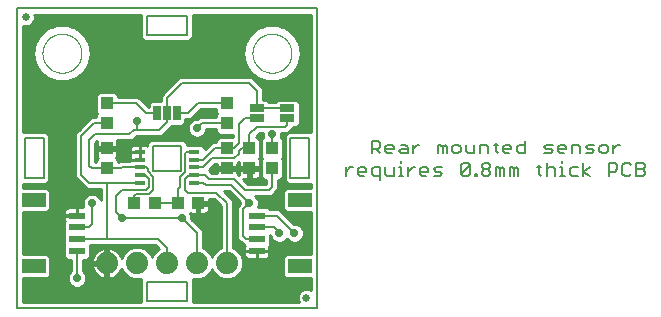
<source format=gtl>
G75*
%MOIN*%
%OFA0B0*%
%FSLAX25Y25*%
%IPPOS*%
%LPD*%
%AMOC8*
5,1,8,0,0,1.08239X$1,22.5*
%
%ADD10C,0.00800*%
%ADD11C,0.00000*%
%ADD12C,0.02500*%
%ADD13R,0.03937X0.04331*%
%ADD14R,0.02500X0.05000*%
%ADD15R,0.07874X0.04724*%
%ADD16R,0.05315X0.02362*%
%ADD17C,0.07400*%
%ADD18R,0.04331X0.03937*%
%ADD19R,0.03543X0.01496*%
%ADD20C,0.00500*%
%ADD21R,0.05000X0.02500*%
%ADD22C,0.00700*%
%ADD23C,0.02900*%
%ADD24C,0.01000*%
D10*
X0163333Y0075000D02*
X0263333Y0075000D01*
X0263333Y0175000D01*
X0163333Y0175000D01*
X0163333Y0075000D01*
X0273090Y0119150D02*
X0273090Y0121952D01*
X0273090Y0120551D02*
X0274491Y0121952D01*
X0275192Y0121952D01*
X0276927Y0121252D02*
X0277627Y0121952D01*
X0279028Y0121952D01*
X0279729Y0121252D01*
X0279729Y0120551D01*
X0276927Y0120551D01*
X0276927Y0119851D02*
X0276927Y0121252D01*
X0276927Y0119851D02*
X0277627Y0119150D01*
X0279028Y0119150D01*
X0281531Y0119851D02*
X0281531Y0121252D01*
X0282231Y0121952D01*
X0284333Y0121952D01*
X0284333Y0117749D01*
X0284333Y0119150D02*
X0282231Y0119150D01*
X0281531Y0119851D01*
X0286134Y0119851D02*
X0286134Y0121952D01*
X0286134Y0119851D02*
X0286835Y0119150D01*
X0288937Y0119150D01*
X0288937Y0121952D01*
X0290738Y0121952D02*
X0291439Y0121952D01*
X0291439Y0119150D01*
X0290738Y0119150D02*
X0292140Y0119150D01*
X0293808Y0119150D02*
X0293808Y0121952D01*
X0293808Y0120551D02*
X0295209Y0121952D01*
X0295909Y0121952D01*
X0297644Y0121252D02*
X0297644Y0119851D01*
X0298345Y0119150D01*
X0299746Y0119150D01*
X0300447Y0120551D02*
X0297644Y0120551D01*
X0297644Y0121252D02*
X0298345Y0121952D01*
X0299746Y0121952D01*
X0300447Y0121252D01*
X0300447Y0120551D01*
X0302248Y0121252D02*
X0302949Y0121952D01*
X0305051Y0121952D01*
X0304350Y0120551D02*
X0302949Y0120551D01*
X0302248Y0121252D01*
X0302248Y0119150D02*
X0304350Y0119150D01*
X0305051Y0119851D01*
X0304350Y0120551D01*
X0311456Y0119851D02*
X0314258Y0122653D01*
X0314258Y0119851D01*
X0313558Y0119150D01*
X0312157Y0119150D01*
X0311456Y0119851D01*
X0311456Y0122653D01*
X0312157Y0123354D01*
X0313558Y0123354D01*
X0314258Y0122653D01*
X0318362Y0122653D02*
X0318362Y0121952D01*
X0319063Y0121252D01*
X0320464Y0121252D01*
X0321164Y0120551D01*
X0321164Y0119851D01*
X0320464Y0119150D01*
X0319063Y0119150D01*
X0318362Y0119851D01*
X0318362Y0120551D01*
X0319063Y0121252D01*
X0320464Y0121252D02*
X0321164Y0121952D01*
X0321164Y0122653D01*
X0320464Y0123354D01*
X0319063Y0123354D01*
X0318362Y0122653D01*
X0322966Y0121952D02*
X0323666Y0121952D01*
X0324367Y0121252D01*
X0325068Y0121952D01*
X0325768Y0121252D01*
X0325768Y0119150D01*
X0324367Y0119150D02*
X0324367Y0121252D01*
X0322966Y0121952D02*
X0322966Y0119150D01*
X0327570Y0119150D02*
X0327570Y0121952D01*
X0328270Y0121952D01*
X0328971Y0121252D01*
X0329672Y0121952D01*
X0330372Y0121252D01*
X0330372Y0119150D01*
X0328971Y0119150D02*
X0328971Y0121252D01*
X0336778Y0121952D02*
X0338179Y0121952D01*
X0337478Y0122653D02*
X0337478Y0119851D01*
X0338179Y0119150D01*
X0339847Y0119150D02*
X0339847Y0123354D01*
X0340548Y0121952D02*
X0341949Y0121952D01*
X0342649Y0121252D01*
X0342649Y0119150D01*
X0344451Y0119150D02*
X0345852Y0119150D01*
X0345151Y0119150D02*
X0345151Y0121952D01*
X0344451Y0121952D01*
X0345151Y0123354D02*
X0345151Y0124054D01*
X0345785Y0126650D02*
X0344384Y0126650D01*
X0343684Y0127351D01*
X0343684Y0128752D01*
X0344384Y0129452D01*
X0345785Y0129452D01*
X0346486Y0128752D01*
X0346486Y0128051D01*
X0343684Y0128051D01*
X0341882Y0127351D02*
X0341181Y0128051D01*
X0339780Y0128051D01*
X0339080Y0128752D01*
X0339780Y0129452D01*
X0341882Y0129452D01*
X0341882Y0127351D02*
X0341181Y0126650D01*
X0339080Y0126650D01*
X0332674Y0126650D02*
X0330572Y0126650D01*
X0329872Y0127351D01*
X0329872Y0128752D01*
X0330572Y0129452D01*
X0332674Y0129452D01*
X0332674Y0130854D02*
X0332674Y0126650D01*
X0328070Y0128051D02*
X0325268Y0128051D01*
X0325268Y0127351D02*
X0325268Y0128752D01*
X0325968Y0129452D01*
X0327370Y0129452D01*
X0328070Y0128752D01*
X0328070Y0128051D01*
X0327370Y0126650D02*
X0325968Y0126650D01*
X0325268Y0127351D01*
X0323600Y0126650D02*
X0322899Y0127351D01*
X0322899Y0130153D01*
X0322199Y0129452D02*
X0323600Y0129452D01*
X0320397Y0128752D02*
X0320397Y0126650D01*
X0320397Y0128752D02*
X0319696Y0129452D01*
X0317595Y0129452D01*
X0317595Y0126650D01*
X0315793Y0126650D02*
X0315793Y0129452D01*
X0312991Y0129452D02*
X0312991Y0127351D01*
X0313691Y0126650D01*
X0315793Y0126650D01*
X0311189Y0127351D02*
X0311189Y0128752D01*
X0310489Y0129452D01*
X0309087Y0129452D01*
X0308387Y0128752D01*
X0308387Y0127351D01*
X0309087Y0126650D01*
X0310489Y0126650D01*
X0311189Y0127351D01*
X0306585Y0126650D02*
X0306585Y0128752D01*
X0305885Y0129452D01*
X0305184Y0128752D01*
X0305184Y0126650D01*
X0303783Y0126650D02*
X0303783Y0129452D01*
X0304483Y0129452D01*
X0305184Y0128752D01*
X0297444Y0129452D02*
X0296744Y0129452D01*
X0295342Y0128051D01*
X0295342Y0126650D02*
X0295342Y0129452D01*
X0293541Y0128752D02*
X0292840Y0129452D01*
X0291439Y0129452D01*
X0291439Y0128051D02*
X0293541Y0128051D01*
X0293541Y0128752D02*
X0293541Y0126650D01*
X0291439Y0126650D01*
X0290738Y0127351D01*
X0291439Y0128051D01*
X0288937Y0128051D02*
X0286135Y0128051D01*
X0286135Y0127351D02*
X0286135Y0128752D01*
X0286835Y0129452D01*
X0288236Y0129452D01*
X0288937Y0128752D01*
X0288937Y0128051D01*
X0288236Y0126650D02*
X0286835Y0126650D01*
X0286135Y0127351D01*
X0284333Y0126650D02*
X0282932Y0128051D01*
X0283632Y0128051D02*
X0281531Y0128051D01*
X0281531Y0126650D02*
X0281531Y0130854D01*
X0283632Y0130854D01*
X0284333Y0130153D01*
X0284333Y0128752D01*
X0283632Y0128051D01*
X0291439Y0124054D02*
X0291439Y0123354D01*
X0316060Y0119851D02*
X0316761Y0119851D01*
X0316761Y0119150D01*
X0316060Y0119150D01*
X0316060Y0119851D01*
X0339847Y0121252D02*
X0340548Y0121952D01*
X0347520Y0121252D02*
X0347520Y0119851D01*
X0348221Y0119150D01*
X0350323Y0119150D01*
X0352124Y0119150D02*
X0352124Y0123354D01*
X0350323Y0121952D02*
X0348221Y0121952D01*
X0347520Y0121252D01*
X0352124Y0120551D02*
X0354226Y0121952D01*
X0352124Y0120551D02*
X0354226Y0119150D01*
X0360565Y0119150D02*
X0360565Y0123354D01*
X0362666Y0123354D01*
X0363367Y0122653D01*
X0363367Y0121252D01*
X0362666Y0120551D01*
X0360565Y0120551D01*
X0365169Y0119851D02*
X0365869Y0119150D01*
X0367270Y0119150D01*
X0367971Y0119851D01*
X0369772Y0119150D02*
X0371874Y0119150D01*
X0372575Y0119851D01*
X0372575Y0120551D01*
X0371874Y0121252D01*
X0369772Y0121252D01*
X0369772Y0119150D02*
X0369772Y0123354D01*
X0371874Y0123354D01*
X0372575Y0122653D01*
X0372575Y0121952D01*
X0371874Y0121252D01*
X0367971Y0122653D02*
X0367270Y0123354D01*
X0365869Y0123354D01*
X0365169Y0122653D01*
X0365169Y0119851D01*
X0362099Y0126650D02*
X0362099Y0129452D01*
X0362099Y0128051D02*
X0363500Y0129452D01*
X0364201Y0129452D01*
X0360298Y0128752D02*
X0359597Y0129452D01*
X0358196Y0129452D01*
X0357495Y0128752D01*
X0357495Y0127351D01*
X0358196Y0126650D01*
X0359597Y0126650D01*
X0360298Y0127351D01*
X0360298Y0128752D01*
X0355694Y0129452D02*
X0353592Y0129452D01*
X0352891Y0128752D01*
X0353592Y0128051D01*
X0354993Y0128051D01*
X0355694Y0127351D01*
X0354993Y0126650D01*
X0352891Y0126650D01*
X0351090Y0126650D02*
X0351090Y0128752D01*
X0350389Y0129452D01*
X0348287Y0129452D01*
X0348287Y0126650D01*
D11*
X0241833Y0160000D02*
X0241835Y0160161D01*
X0241841Y0160321D01*
X0241851Y0160482D01*
X0241865Y0160642D01*
X0241883Y0160802D01*
X0241904Y0160961D01*
X0241930Y0161120D01*
X0241960Y0161278D01*
X0241993Y0161435D01*
X0242031Y0161592D01*
X0242072Y0161747D01*
X0242117Y0161901D01*
X0242166Y0162054D01*
X0242219Y0162206D01*
X0242275Y0162357D01*
X0242336Y0162506D01*
X0242399Y0162654D01*
X0242467Y0162800D01*
X0242538Y0162944D01*
X0242612Y0163086D01*
X0242690Y0163227D01*
X0242772Y0163365D01*
X0242857Y0163502D01*
X0242945Y0163636D01*
X0243037Y0163768D01*
X0243132Y0163898D01*
X0243230Y0164026D01*
X0243331Y0164151D01*
X0243435Y0164273D01*
X0243542Y0164393D01*
X0243652Y0164510D01*
X0243765Y0164625D01*
X0243881Y0164736D01*
X0244000Y0164845D01*
X0244121Y0164950D01*
X0244245Y0165053D01*
X0244371Y0165153D01*
X0244499Y0165249D01*
X0244630Y0165342D01*
X0244764Y0165432D01*
X0244899Y0165519D01*
X0245037Y0165602D01*
X0245176Y0165682D01*
X0245318Y0165758D01*
X0245461Y0165831D01*
X0245606Y0165900D01*
X0245753Y0165966D01*
X0245901Y0166028D01*
X0246051Y0166086D01*
X0246202Y0166141D01*
X0246355Y0166192D01*
X0246509Y0166239D01*
X0246664Y0166282D01*
X0246820Y0166321D01*
X0246976Y0166357D01*
X0247134Y0166388D01*
X0247292Y0166416D01*
X0247451Y0166440D01*
X0247611Y0166460D01*
X0247771Y0166476D01*
X0247931Y0166488D01*
X0248092Y0166496D01*
X0248253Y0166500D01*
X0248413Y0166500D01*
X0248574Y0166496D01*
X0248735Y0166488D01*
X0248895Y0166476D01*
X0249055Y0166460D01*
X0249215Y0166440D01*
X0249374Y0166416D01*
X0249532Y0166388D01*
X0249690Y0166357D01*
X0249846Y0166321D01*
X0250002Y0166282D01*
X0250157Y0166239D01*
X0250311Y0166192D01*
X0250464Y0166141D01*
X0250615Y0166086D01*
X0250765Y0166028D01*
X0250913Y0165966D01*
X0251060Y0165900D01*
X0251205Y0165831D01*
X0251348Y0165758D01*
X0251490Y0165682D01*
X0251629Y0165602D01*
X0251767Y0165519D01*
X0251902Y0165432D01*
X0252036Y0165342D01*
X0252167Y0165249D01*
X0252295Y0165153D01*
X0252421Y0165053D01*
X0252545Y0164950D01*
X0252666Y0164845D01*
X0252785Y0164736D01*
X0252901Y0164625D01*
X0253014Y0164510D01*
X0253124Y0164393D01*
X0253231Y0164273D01*
X0253335Y0164151D01*
X0253436Y0164026D01*
X0253534Y0163898D01*
X0253629Y0163768D01*
X0253721Y0163636D01*
X0253809Y0163502D01*
X0253894Y0163365D01*
X0253976Y0163227D01*
X0254054Y0163086D01*
X0254128Y0162944D01*
X0254199Y0162800D01*
X0254267Y0162654D01*
X0254330Y0162506D01*
X0254391Y0162357D01*
X0254447Y0162206D01*
X0254500Y0162054D01*
X0254549Y0161901D01*
X0254594Y0161747D01*
X0254635Y0161592D01*
X0254673Y0161435D01*
X0254706Y0161278D01*
X0254736Y0161120D01*
X0254762Y0160961D01*
X0254783Y0160802D01*
X0254801Y0160642D01*
X0254815Y0160482D01*
X0254825Y0160321D01*
X0254831Y0160161D01*
X0254833Y0160000D01*
X0254831Y0159839D01*
X0254825Y0159679D01*
X0254815Y0159518D01*
X0254801Y0159358D01*
X0254783Y0159198D01*
X0254762Y0159039D01*
X0254736Y0158880D01*
X0254706Y0158722D01*
X0254673Y0158565D01*
X0254635Y0158408D01*
X0254594Y0158253D01*
X0254549Y0158099D01*
X0254500Y0157946D01*
X0254447Y0157794D01*
X0254391Y0157643D01*
X0254330Y0157494D01*
X0254267Y0157346D01*
X0254199Y0157200D01*
X0254128Y0157056D01*
X0254054Y0156914D01*
X0253976Y0156773D01*
X0253894Y0156635D01*
X0253809Y0156498D01*
X0253721Y0156364D01*
X0253629Y0156232D01*
X0253534Y0156102D01*
X0253436Y0155974D01*
X0253335Y0155849D01*
X0253231Y0155727D01*
X0253124Y0155607D01*
X0253014Y0155490D01*
X0252901Y0155375D01*
X0252785Y0155264D01*
X0252666Y0155155D01*
X0252545Y0155050D01*
X0252421Y0154947D01*
X0252295Y0154847D01*
X0252167Y0154751D01*
X0252036Y0154658D01*
X0251902Y0154568D01*
X0251767Y0154481D01*
X0251629Y0154398D01*
X0251490Y0154318D01*
X0251348Y0154242D01*
X0251205Y0154169D01*
X0251060Y0154100D01*
X0250913Y0154034D01*
X0250765Y0153972D01*
X0250615Y0153914D01*
X0250464Y0153859D01*
X0250311Y0153808D01*
X0250157Y0153761D01*
X0250002Y0153718D01*
X0249846Y0153679D01*
X0249690Y0153643D01*
X0249532Y0153612D01*
X0249374Y0153584D01*
X0249215Y0153560D01*
X0249055Y0153540D01*
X0248895Y0153524D01*
X0248735Y0153512D01*
X0248574Y0153504D01*
X0248413Y0153500D01*
X0248253Y0153500D01*
X0248092Y0153504D01*
X0247931Y0153512D01*
X0247771Y0153524D01*
X0247611Y0153540D01*
X0247451Y0153560D01*
X0247292Y0153584D01*
X0247134Y0153612D01*
X0246976Y0153643D01*
X0246820Y0153679D01*
X0246664Y0153718D01*
X0246509Y0153761D01*
X0246355Y0153808D01*
X0246202Y0153859D01*
X0246051Y0153914D01*
X0245901Y0153972D01*
X0245753Y0154034D01*
X0245606Y0154100D01*
X0245461Y0154169D01*
X0245318Y0154242D01*
X0245176Y0154318D01*
X0245037Y0154398D01*
X0244899Y0154481D01*
X0244764Y0154568D01*
X0244630Y0154658D01*
X0244499Y0154751D01*
X0244371Y0154847D01*
X0244245Y0154947D01*
X0244121Y0155050D01*
X0244000Y0155155D01*
X0243881Y0155264D01*
X0243765Y0155375D01*
X0243652Y0155490D01*
X0243542Y0155607D01*
X0243435Y0155727D01*
X0243331Y0155849D01*
X0243230Y0155974D01*
X0243132Y0156102D01*
X0243037Y0156232D01*
X0242945Y0156364D01*
X0242857Y0156498D01*
X0242772Y0156635D01*
X0242690Y0156773D01*
X0242612Y0156914D01*
X0242538Y0157056D01*
X0242467Y0157200D01*
X0242399Y0157346D01*
X0242336Y0157494D01*
X0242275Y0157643D01*
X0242219Y0157794D01*
X0242166Y0157946D01*
X0242117Y0158099D01*
X0242072Y0158253D01*
X0242031Y0158408D01*
X0241993Y0158565D01*
X0241960Y0158722D01*
X0241930Y0158880D01*
X0241904Y0159039D01*
X0241883Y0159198D01*
X0241865Y0159358D01*
X0241851Y0159518D01*
X0241841Y0159679D01*
X0241835Y0159839D01*
X0241833Y0160000D01*
X0171833Y0160000D02*
X0171835Y0160161D01*
X0171841Y0160321D01*
X0171851Y0160482D01*
X0171865Y0160642D01*
X0171883Y0160802D01*
X0171904Y0160961D01*
X0171930Y0161120D01*
X0171960Y0161278D01*
X0171993Y0161435D01*
X0172031Y0161592D01*
X0172072Y0161747D01*
X0172117Y0161901D01*
X0172166Y0162054D01*
X0172219Y0162206D01*
X0172275Y0162357D01*
X0172336Y0162506D01*
X0172399Y0162654D01*
X0172467Y0162800D01*
X0172538Y0162944D01*
X0172612Y0163086D01*
X0172690Y0163227D01*
X0172772Y0163365D01*
X0172857Y0163502D01*
X0172945Y0163636D01*
X0173037Y0163768D01*
X0173132Y0163898D01*
X0173230Y0164026D01*
X0173331Y0164151D01*
X0173435Y0164273D01*
X0173542Y0164393D01*
X0173652Y0164510D01*
X0173765Y0164625D01*
X0173881Y0164736D01*
X0174000Y0164845D01*
X0174121Y0164950D01*
X0174245Y0165053D01*
X0174371Y0165153D01*
X0174499Y0165249D01*
X0174630Y0165342D01*
X0174764Y0165432D01*
X0174899Y0165519D01*
X0175037Y0165602D01*
X0175176Y0165682D01*
X0175318Y0165758D01*
X0175461Y0165831D01*
X0175606Y0165900D01*
X0175753Y0165966D01*
X0175901Y0166028D01*
X0176051Y0166086D01*
X0176202Y0166141D01*
X0176355Y0166192D01*
X0176509Y0166239D01*
X0176664Y0166282D01*
X0176820Y0166321D01*
X0176976Y0166357D01*
X0177134Y0166388D01*
X0177292Y0166416D01*
X0177451Y0166440D01*
X0177611Y0166460D01*
X0177771Y0166476D01*
X0177931Y0166488D01*
X0178092Y0166496D01*
X0178253Y0166500D01*
X0178413Y0166500D01*
X0178574Y0166496D01*
X0178735Y0166488D01*
X0178895Y0166476D01*
X0179055Y0166460D01*
X0179215Y0166440D01*
X0179374Y0166416D01*
X0179532Y0166388D01*
X0179690Y0166357D01*
X0179846Y0166321D01*
X0180002Y0166282D01*
X0180157Y0166239D01*
X0180311Y0166192D01*
X0180464Y0166141D01*
X0180615Y0166086D01*
X0180765Y0166028D01*
X0180913Y0165966D01*
X0181060Y0165900D01*
X0181205Y0165831D01*
X0181348Y0165758D01*
X0181490Y0165682D01*
X0181629Y0165602D01*
X0181767Y0165519D01*
X0181902Y0165432D01*
X0182036Y0165342D01*
X0182167Y0165249D01*
X0182295Y0165153D01*
X0182421Y0165053D01*
X0182545Y0164950D01*
X0182666Y0164845D01*
X0182785Y0164736D01*
X0182901Y0164625D01*
X0183014Y0164510D01*
X0183124Y0164393D01*
X0183231Y0164273D01*
X0183335Y0164151D01*
X0183436Y0164026D01*
X0183534Y0163898D01*
X0183629Y0163768D01*
X0183721Y0163636D01*
X0183809Y0163502D01*
X0183894Y0163365D01*
X0183976Y0163227D01*
X0184054Y0163086D01*
X0184128Y0162944D01*
X0184199Y0162800D01*
X0184267Y0162654D01*
X0184330Y0162506D01*
X0184391Y0162357D01*
X0184447Y0162206D01*
X0184500Y0162054D01*
X0184549Y0161901D01*
X0184594Y0161747D01*
X0184635Y0161592D01*
X0184673Y0161435D01*
X0184706Y0161278D01*
X0184736Y0161120D01*
X0184762Y0160961D01*
X0184783Y0160802D01*
X0184801Y0160642D01*
X0184815Y0160482D01*
X0184825Y0160321D01*
X0184831Y0160161D01*
X0184833Y0160000D01*
X0184831Y0159839D01*
X0184825Y0159679D01*
X0184815Y0159518D01*
X0184801Y0159358D01*
X0184783Y0159198D01*
X0184762Y0159039D01*
X0184736Y0158880D01*
X0184706Y0158722D01*
X0184673Y0158565D01*
X0184635Y0158408D01*
X0184594Y0158253D01*
X0184549Y0158099D01*
X0184500Y0157946D01*
X0184447Y0157794D01*
X0184391Y0157643D01*
X0184330Y0157494D01*
X0184267Y0157346D01*
X0184199Y0157200D01*
X0184128Y0157056D01*
X0184054Y0156914D01*
X0183976Y0156773D01*
X0183894Y0156635D01*
X0183809Y0156498D01*
X0183721Y0156364D01*
X0183629Y0156232D01*
X0183534Y0156102D01*
X0183436Y0155974D01*
X0183335Y0155849D01*
X0183231Y0155727D01*
X0183124Y0155607D01*
X0183014Y0155490D01*
X0182901Y0155375D01*
X0182785Y0155264D01*
X0182666Y0155155D01*
X0182545Y0155050D01*
X0182421Y0154947D01*
X0182295Y0154847D01*
X0182167Y0154751D01*
X0182036Y0154658D01*
X0181902Y0154568D01*
X0181767Y0154481D01*
X0181629Y0154398D01*
X0181490Y0154318D01*
X0181348Y0154242D01*
X0181205Y0154169D01*
X0181060Y0154100D01*
X0180913Y0154034D01*
X0180765Y0153972D01*
X0180615Y0153914D01*
X0180464Y0153859D01*
X0180311Y0153808D01*
X0180157Y0153761D01*
X0180002Y0153718D01*
X0179846Y0153679D01*
X0179690Y0153643D01*
X0179532Y0153612D01*
X0179374Y0153584D01*
X0179215Y0153560D01*
X0179055Y0153540D01*
X0178895Y0153524D01*
X0178735Y0153512D01*
X0178574Y0153504D01*
X0178413Y0153500D01*
X0178253Y0153500D01*
X0178092Y0153504D01*
X0177931Y0153512D01*
X0177771Y0153524D01*
X0177611Y0153540D01*
X0177451Y0153560D01*
X0177292Y0153584D01*
X0177134Y0153612D01*
X0176976Y0153643D01*
X0176820Y0153679D01*
X0176664Y0153718D01*
X0176509Y0153761D01*
X0176355Y0153808D01*
X0176202Y0153859D01*
X0176051Y0153914D01*
X0175901Y0153972D01*
X0175753Y0154034D01*
X0175606Y0154100D01*
X0175461Y0154169D01*
X0175318Y0154242D01*
X0175176Y0154318D01*
X0175037Y0154398D01*
X0174899Y0154481D01*
X0174764Y0154568D01*
X0174630Y0154658D01*
X0174499Y0154751D01*
X0174371Y0154847D01*
X0174245Y0154947D01*
X0174121Y0155050D01*
X0174000Y0155155D01*
X0173881Y0155264D01*
X0173765Y0155375D01*
X0173652Y0155490D01*
X0173542Y0155607D01*
X0173435Y0155727D01*
X0173331Y0155849D01*
X0173230Y0155974D01*
X0173132Y0156102D01*
X0173037Y0156232D01*
X0172945Y0156364D01*
X0172857Y0156498D01*
X0172772Y0156635D01*
X0172690Y0156773D01*
X0172612Y0156914D01*
X0172538Y0157056D01*
X0172467Y0157200D01*
X0172399Y0157346D01*
X0172336Y0157494D01*
X0172275Y0157643D01*
X0172219Y0157794D01*
X0172166Y0157946D01*
X0172117Y0158099D01*
X0172072Y0158253D01*
X0172031Y0158408D01*
X0171993Y0158565D01*
X0171960Y0158722D01*
X0171930Y0158880D01*
X0171904Y0159039D01*
X0171883Y0159198D01*
X0171865Y0159358D01*
X0171851Y0159518D01*
X0171841Y0159679D01*
X0171835Y0159839D01*
X0171833Y0160000D01*
D12*
X0166333Y0172000D03*
X0259833Y0078500D03*
D13*
X0248333Y0121654D03*
X0240833Y0121654D03*
X0233333Y0121654D03*
X0233333Y0128346D03*
X0240833Y0128346D03*
X0248333Y0128346D03*
X0233333Y0136654D03*
X0233333Y0143346D03*
X0193333Y0143346D03*
X0193333Y0136654D03*
X0193333Y0128346D03*
X0193333Y0121654D03*
D14*
X0210133Y0140000D03*
X0213333Y0140000D03*
X0216533Y0140000D03*
D15*
X0257802Y0111024D03*
X0257802Y0088976D03*
X0168865Y0088976D03*
X0168865Y0111024D03*
D16*
X0183333Y0105906D03*
X0183333Y0101969D03*
X0183333Y0098031D03*
X0183333Y0094094D03*
X0243333Y0094094D03*
X0243333Y0098031D03*
X0243333Y0101969D03*
X0243333Y0105906D03*
D17*
X0233333Y0090000D03*
X0223333Y0090000D03*
X0213333Y0090000D03*
X0203333Y0090000D03*
X0193333Y0090000D03*
D18*
X0202487Y0110000D03*
X0209180Y0110000D03*
X0216987Y0110000D03*
X0223680Y0110000D03*
D19*
X0222487Y0116882D03*
X0222487Y0119441D03*
X0222487Y0122000D03*
X0222487Y0124559D03*
X0222487Y0127118D03*
X0204180Y0127118D03*
X0204180Y0124559D03*
X0204180Y0122000D03*
X0204180Y0119441D03*
X0204180Y0116882D03*
D20*
X0208609Y0120819D02*
X0208609Y0129087D01*
X0218058Y0129087D01*
X0218058Y0120819D01*
X0208609Y0120819D01*
X0172192Y0118307D02*
X0165892Y0118307D01*
X0165892Y0131693D01*
X0172192Y0131693D01*
X0172192Y0118307D01*
X0206640Y0083858D02*
X0206640Y0077559D01*
X0220026Y0077559D01*
X0220026Y0083858D01*
X0206640Y0083858D01*
X0254475Y0118307D02*
X0260774Y0118307D01*
X0260774Y0131693D01*
X0254475Y0131693D01*
X0254475Y0118307D01*
X0220026Y0166142D02*
X0206640Y0166142D01*
X0206640Y0172441D01*
X0220026Y0172441D01*
X0220026Y0166142D01*
D21*
X0243333Y0141600D03*
X0243333Y0138400D03*
X0253333Y0138400D03*
X0253333Y0141600D03*
D22*
X0243333Y0141600D01*
X0243333Y0147500D01*
X0240833Y0150000D01*
X0218333Y0150000D01*
X0213333Y0145000D01*
X0213333Y0140000D01*
X0213333Y0137000D01*
X0210833Y0134500D01*
X0203333Y0134500D01*
X0203333Y0137500D01*
X0203333Y0134500D02*
X0202333Y0134500D01*
X0200833Y0133000D01*
X0189333Y0133000D01*
X0187333Y0131000D01*
X0187333Y0127000D01*
X0187302Y0126969D01*
X0187333Y0127000D02*
X0187333Y0122500D01*
X0188180Y0121654D01*
X0193333Y0121654D01*
X0197987Y0121654D01*
X0198333Y0122000D01*
X0204180Y0122000D01*
X0206333Y0122000D01*
X0206933Y0121400D01*
X0206933Y0120600D01*
X0208833Y0118700D01*
X0208833Y0114500D01*
X0207433Y0113100D01*
X0202933Y0113100D01*
X0202333Y0112500D01*
X0202333Y0110154D01*
X0202487Y0110000D01*
X0209180Y0110000D02*
X0216987Y0110000D01*
X0216987Y0114654D01*
X0217833Y0115500D01*
X0217833Y0118700D01*
X0219433Y0120300D01*
X0219433Y0126700D01*
X0219851Y0127118D01*
X0222487Y0127118D01*
X0222487Y0124559D02*
X0225392Y0124559D01*
X0229180Y0128346D01*
X0233333Y0128346D01*
X0235680Y0128346D01*
X0237333Y0130000D01*
X0237333Y0136500D01*
X0239233Y0138400D01*
X0243333Y0138400D01*
X0243333Y0135500D02*
X0252833Y0135500D01*
X0253333Y0136000D01*
X0253333Y0138400D01*
X0243333Y0135500D02*
X0240833Y0133000D01*
X0240833Y0128346D01*
X0238180Y0128346D01*
X0237333Y0127500D01*
X0237333Y0126500D01*
X0235833Y0125000D01*
X0228333Y0125000D01*
X0225333Y0122000D01*
X0222487Y0122000D01*
X0222487Y0119441D02*
X0220574Y0119441D01*
X0219333Y0118200D01*
X0219333Y0114500D01*
X0220333Y0113500D01*
X0229833Y0113500D01*
X0233333Y0110000D01*
X0233333Y0090000D01*
X0223333Y0090000D02*
X0223333Y0100000D01*
X0218333Y0105000D01*
X0198333Y0105000D01*
X0196333Y0107000D01*
X0196333Y0112500D01*
X0198333Y0114500D01*
X0206333Y0114500D01*
X0207333Y0115500D01*
X0207333Y0118000D01*
X0205892Y0119441D01*
X0204180Y0119441D01*
X0204180Y0116882D02*
X0193333Y0116882D01*
X0193333Y0098031D01*
X0210302Y0098031D01*
X0213333Y0095000D01*
X0213333Y0090000D01*
X0193333Y0098031D02*
X0183333Y0098031D01*
X0183333Y0094094D02*
X0183333Y0085000D01*
X0183333Y0101969D02*
X0187302Y0101969D01*
X0188333Y0103000D01*
X0188333Y0110000D01*
X0187451Y0116882D02*
X0193333Y0116882D01*
X0187451Y0116882D02*
X0184833Y0119500D01*
X0184833Y0132500D01*
X0188987Y0136654D01*
X0193333Y0136654D01*
X0193333Y0143346D02*
X0202987Y0143346D01*
X0206333Y0140000D01*
X0210133Y0140000D01*
X0216533Y0140000D02*
X0220333Y0140000D01*
X0223680Y0143346D01*
X0233333Y0143346D01*
X0233333Y0136654D02*
X0224987Y0136654D01*
X0223333Y0135000D01*
X0248333Y0133000D02*
X0248333Y0128346D01*
X0248333Y0121654D02*
X0248333Y0115500D01*
X0247333Y0114500D01*
X0239333Y0114500D01*
X0235833Y0118000D01*
X0227333Y0118000D01*
X0225892Y0119441D01*
X0222487Y0119441D01*
X0222487Y0116882D02*
X0225451Y0116882D01*
X0226333Y0116000D01*
X0234833Y0116000D01*
X0240833Y0110000D01*
X0238833Y0108000D01*
X0238833Y0099000D01*
X0239802Y0098031D01*
X0243333Y0098031D01*
X0243333Y0101969D02*
X0248865Y0101969D01*
X0250833Y0100000D01*
X0255833Y0100000D02*
X0249928Y0105906D01*
X0243333Y0105906D01*
D23*
X0245633Y0110000D03*
X0240833Y0110000D03*
X0228133Y0110000D03*
X0218333Y0105000D03*
X0198333Y0105000D03*
X0188333Y0110000D03*
X0198333Y0130000D03*
X0203333Y0137500D03*
X0223333Y0135000D03*
X0248333Y0133000D03*
X0240833Y0117000D03*
X0250833Y0100000D03*
X0255833Y0100000D03*
X0183333Y0085000D03*
D24*
X0180183Y0084985D02*
X0173577Y0084985D01*
X0173506Y0084914D02*
X0174502Y0085910D01*
X0174502Y0092043D01*
X0173506Y0093039D01*
X0165433Y0093039D01*
X0165433Y0106961D01*
X0173506Y0106961D01*
X0174502Y0107957D01*
X0174502Y0114090D01*
X0173506Y0115086D01*
X0165433Y0115086D01*
X0165433Y0116357D01*
X0172999Y0116357D01*
X0174142Y0117499D01*
X0174142Y0132501D01*
X0172999Y0133643D01*
X0165433Y0133643D01*
X0165433Y0169180D01*
X0165747Y0169050D01*
X0166920Y0169050D01*
X0168004Y0169499D01*
X0168834Y0170329D01*
X0169283Y0171413D01*
X0169283Y0172587D01*
X0169154Y0172900D01*
X0204690Y0172900D01*
X0204690Y0165334D01*
X0205833Y0164192D01*
X0220834Y0164192D01*
X0221976Y0165334D01*
X0221976Y0172900D01*
X0261233Y0172900D01*
X0261233Y0133643D01*
X0253875Y0133643D01*
X0254182Y0133950D01*
X0255383Y0135151D01*
X0255383Y0135450D01*
X0256537Y0135450D01*
X0257533Y0136446D01*
X0257533Y0143554D01*
X0256537Y0144550D01*
X0250129Y0144550D01*
X0249229Y0143650D01*
X0247437Y0143650D01*
X0246537Y0144550D01*
X0245383Y0144550D01*
X0245383Y0148349D01*
X0244182Y0149550D01*
X0241682Y0152050D01*
X0217484Y0152050D01*
X0211283Y0145849D01*
X0211283Y0144200D01*
X0208179Y0144200D01*
X0207183Y0143204D01*
X0207183Y0142050D01*
X0207182Y0142050D01*
X0203836Y0145396D01*
X0197002Y0145396D01*
X0197002Y0146216D01*
X0196006Y0147212D01*
X0190661Y0147212D01*
X0189665Y0146216D01*
X0189665Y0140477D01*
X0190142Y0140000D01*
X0189665Y0139523D01*
X0189665Y0138704D01*
X0188138Y0138704D01*
X0183984Y0134550D01*
X0182783Y0133349D01*
X0182783Y0118651D01*
X0183984Y0117450D01*
X0185401Y0116033D01*
X0186602Y0114832D01*
X0191283Y0114832D01*
X0191283Y0111109D01*
X0191004Y0111784D01*
X0190118Y0112670D01*
X0188960Y0113150D01*
X0187707Y0113150D01*
X0186549Y0112670D01*
X0185663Y0111784D01*
X0185183Y0110627D01*
X0185183Y0109373D01*
X0185509Y0108587D01*
X0183424Y0108587D01*
X0183424Y0105996D01*
X0183243Y0105996D01*
X0183243Y0108587D01*
X0180478Y0108587D01*
X0180097Y0108484D01*
X0179755Y0108287D01*
X0179476Y0108008D01*
X0179278Y0107666D01*
X0179176Y0107284D01*
X0179176Y0105996D01*
X0183243Y0105996D01*
X0183243Y0105815D01*
X0179176Y0105815D01*
X0179176Y0104527D01*
X0179276Y0104154D01*
X0178976Y0103854D01*
X0178976Y0100083D01*
X0179059Y0100000D01*
X0178976Y0099917D01*
X0178976Y0096146D01*
X0179059Y0096063D01*
X0178976Y0095980D01*
X0178976Y0092209D01*
X0179972Y0091213D01*
X0181283Y0091213D01*
X0181283Y0087405D01*
X0180663Y0086784D01*
X0180183Y0085627D01*
X0180183Y0084373D01*
X0180663Y0083216D01*
X0181549Y0082330D01*
X0182707Y0081850D01*
X0183960Y0081850D01*
X0185118Y0082330D01*
X0186004Y0083216D01*
X0186483Y0084373D01*
X0186483Y0085627D01*
X0186004Y0086784D01*
X0185383Y0087405D01*
X0185383Y0091213D01*
X0186695Y0091213D01*
X0187691Y0092209D01*
X0187691Y0095980D01*
X0187689Y0095981D01*
X0209453Y0095981D01*
X0210686Y0094748D01*
X0210274Y0094578D01*
X0208755Y0093059D01*
X0208333Y0092040D01*
X0207911Y0093059D01*
X0206392Y0094578D01*
X0204407Y0095400D01*
X0202259Y0095400D01*
X0200274Y0094578D01*
X0198755Y0093059D01*
X0198224Y0091776D01*
X0198152Y0091996D01*
X0197781Y0092725D01*
X0197300Y0093388D01*
X0196721Y0093966D01*
X0196059Y0094447D01*
X0195329Y0094819D01*
X0194551Y0095072D01*
X0193833Y0095186D01*
X0193833Y0090500D01*
X0192833Y0090500D01*
X0192833Y0089500D01*
X0188148Y0089500D01*
X0188261Y0088782D01*
X0188514Y0088004D01*
X0188886Y0087275D01*
X0189367Y0086612D01*
X0189946Y0086034D01*
X0190608Y0085553D01*
X0191337Y0085181D01*
X0192116Y0084928D01*
X0192833Y0084814D01*
X0192833Y0089500D01*
X0193833Y0089500D01*
X0193833Y0084814D01*
X0194551Y0084928D01*
X0195329Y0085181D01*
X0196059Y0085553D01*
X0196721Y0086034D01*
X0197300Y0086612D01*
X0197781Y0087275D01*
X0198152Y0088004D01*
X0198224Y0088224D01*
X0198755Y0086941D01*
X0200274Y0085422D01*
X0202259Y0084600D01*
X0204407Y0084600D01*
X0204778Y0084753D01*
X0204690Y0084666D01*
X0204690Y0077100D01*
X0165433Y0077100D01*
X0165433Y0084914D01*
X0173506Y0084914D01*
X0174502Y0085984D02*
X0180331Y0085984D01*
X0180861Y0086982D02*
X0174502Y0086982D01*
X0174502Y0087981D02*
X0181283Y0087981D01*
X0181283Y0088979D02*
X0174502Y0088979D01*
X0174502Y0089978D02*
X0181283Y0089978D01*
X0181283Y0090976D02*
X0174502Y0090976D01*
X0174502Y0091975D02*
X0179210Y0091975D01*
X0178976Y0092973D02*
X0173571Y0092973D01*
X0178976Y0093972D02*
X0165433Y0093972D01*
X0165433Y0094970D02*
X0178976Y0094970D01*
X0178976Y0095969D02*
X0165433Y0095969D01*
X0165433Y0096967D02*
X0178976Y0096967D01*
X0178976Y0097966D02*
X0165433Y0097966D01*
X0165433Y0098964D02*
X0178976Y0098964D01*
X0179022Y0099963D02*
X0165433Y0099963D01*
X0165433Y0100961D02*
X0178976Y0100961D01*
X0178976Y0101960D02*
X0165433Y0101960D01*
X0165433Y0102958D02*
X0178976Y0102958D01*
X0179079Y0103957D02*
X0165433Y0103957D01*
X0165433Y0104955D02*
X0179176Y0104955D01*
X0179176Y0106952D02*
X0165433Y0106952D01*
X0165433Y0105954D02*
X0183243Y0105954D01*
X0183243Y0106952D02*
X0183424Y0106952D01*
X0183424Y0107951D02*
X0183243Y0107951D01*
X0185359Y0108949D02*
X0174502Y0108949D01*
X0174495Y0107951D02*
X0179443Y0107951D01*
X0174502Y0109948D02*
X0185183Y0109948D01*
X0185316Y0110946D02*
X0174502Y0110946D01*
X0174502Y0111945D02*
X0185823Y0111945D01*
X0187208Y0112943D02*
X0174502Y0112943D01*
X0174502Y0113942D02*
X0191283Y0113942D01*
X0191283Y0112943D02*
X0189459Y0112943D01*
X0190843Y0111945D02*
X0191283Y0111945D01*
X0186494Y0114940D02*
X0173651Y0114940D01*
X0173580Y0116937D02*
X0184497Y0116937D01*
X0185495Y0115939D02*
X0165433Y0115939D01*
X0174142Y0117936D02*
X0183498Y0117936D01*
X0182783Y0118934D02*
X0174142Y0118934D01*
X0174142Y0119933D02*
X0182783Y0119933D01*
X0182783Y0120932D02*
X0174142Y0120932D01*
X0174142Y0121930D02*
X0182783Y0121930D01*
X0182783Y0122929D02*
X0174142Y0122929D01*
X0174142Y0123927D02*
X0182783Y0123927D01*
X0182783Y0124926D02*
X0174142Y0124926D01*
X0174142Y0125924D02*
X0182783Y0125924D01*
X0182783Y0126923D02*
X0174142Y0126923D01*
X0174142Y0127921D02*
X0182783Y0127921D01*
X0182783Y0128920D02*
X0174142Y0128920D01*
X0174142Y0129918D02*
X0182783Y0129918D01*
X0182783Y0130917D02*
X0174142Y0130917D01*
X0174142Y0131915D02*
X0182783Y0131915D01*
X0182783Y0132914D02*
X0173729Y0132914D01*
X0165433Y0133912D02*
X0183346Y0133912D01*
X0184345Y0134911D02*
X0165433Y0134911D01*
X0165433Y0135909D02*
X0185343Y0135909D01*
X0186342Y0136908D02*
X0165433Y0136908D01*
X0165433Y0137906D02*
X0187340Y0137906D01*
X0189665Y0138905D02*
X0165433Y0138905D01*
X0165433Y0139903D02*
X0190045Y0139903D01*
X0189665Y0140902D02*
X0165433Y0140902D01*
X0165433Y0141900D02*
X0189665Y0141900D01*
X0189665Y0142899D02*
X0165433Y0142899D01*
X0165433Y0143897D02*
X0189665Y0143897D01*
X0189665Y0144896D02*
X0165433Y0144896D01*
X0165433Y0145894D02*
X0189665Y0145894D01*
X0190342Y0146893D02*
X0165433Y0146893D01*
X0165433Y0147891D02*
X0213326Y0147891D01*
X0214324Y0148890D02*
X0165433Y0148890D01*
X0165433Y0149888D02*
X0215323Y0149888D01*
X0216321Y0150887D02*
X0180779Y0150887D01*
X0179991Y0150600D02*
X0183106Y0151734D01*
X0185645Y0153865D01*
X0187303Y0156735D01*
X0187303Y0156735D01*
X0187878Y0160000D01*
X0187303Y0163265D01*
X0185645Y0166135D01*
X0185645Y0166135D01*
X0183106Y0168266D01*
X0183106Y0168266D01*
X0179991Y0169400D01*
X0176676Y0169400D01*
X0173561Y0168266D01*
X0173561Y0168266D01*
X0171021Y0166135D01*
X0169364Y0163265D01*
X0169364Y0163265D01*
X0168788Y0160000D01*
X0169364Y0156735D01*
X0171021Y0153865D01*
X0173561Y0151734D01*
X0173561Y0151734D01*
X0176676Y0150600D01*
X0177463Y0150600D01*
X0179991Y0150600D01*
X0183106Y0151734D02*
X0183106Y0151734D01*
X0183286Y0151885D02*
X0217320Y0151885D01*
X0212327Y0146893D02*
X0196325Y0146893D01*
X0197002Y0145894D02*
X0211328Y0145894D01*
X0211283Y0144896D02*
X0204337Y0144896D01*
X0205335Y0143897D02*
X0207876Y0143897D01*
X0207183Y0142899D02*
X0206334Y0142899D01*
X0214143Y0134911D02*
X0220183Y0134911D01*
X0220183Y0134373D02*
X0220183Y0135627D01*
X0220663Y0136784D01*
X0221549Y0137670D01*
X0222707Y0138150D01*
X0223584Y0138150D01*
X0224138Y0138704D01*
X0229665Y0138704D01*
X0229665Y0139523D01*
X0230142Y0140000D01*
X0229665Y0140477D01*
X0229665Y0141296D01*
X0224529Y0141296D01*
X0221182Y0137950D01*
X0219483Y0137950D01*
X0219483Y0136796D01*
X0218487Y0135800D01*
X0215032Y0135800D01*
X0212883Y0133651D01*
X0211682Y0132450D01*
X0203182Y0132450D01*
X0202883Y0132151D01*
X0201682Y0130950D01*
X0196737Y0130950D01*
X0196802Y0130709D01*
X0196802Y0128831D01*
X0193818Y0128831D01*
X0193818Y0127862D01*
X0196802Y0127862D01*
X0196802Y0125984D01*
X0196700Y0125602D01*
X0196502Y0125260D01*
X0196383Y0125141D01*
X0197002Y0124523D01*
X0197002Y0123704D01*
X0197138Y0123704D01*
X0197484Y0124050D01*
X0200908Y0124050D01*
X0200908Y0124559D01*
X0204180Y0124559D01*
X0204180Y0124559D01*
X0204180Y0124870D01*
X0204180Y0127118D01*
X0204180Y0127118D01*
X0204180Y0127118D01*
X0204180Y0129366D01*
X0206149Y0129366D01*
X0206530Y0129264D01*
X0206659Y0129190D01*
X0206659Y0129894D01*
X0207801Y0131037D01*
X0218865Y0131037D01*
X0220008Y0129894D01*
X0220008Y0129563D01*
X0220011Y0129566D01*
X0224963Y0129566D01*
X0225959Y0128570D01*
X0225959Y0128024D01*
X0228331Y0130396D01*
X0229665Y0130396D01*
X0229665Y0131216D01*
X0230661Y0132212D01*
X0235283Y0132212D01*
X0235283Y0132788D01*
X0230661Y0132788D01*
X0229665Y0133784D01*
X0229665Y0134604D01*
X0226483Y0134604D01*
X0226483Y0134373D01*
X0226004Y0133216D01*
X0225118Y0132330D01*
X0223960Y0131850D01*
X0222707Y0131850D01*
X0221549Y0132330D01*
X0220663Y0133216D01*
X0220183Y0134373D01*
X0220374Y0133912D02*
X0213145Y0133912D01*
X0212146Y0132914D02*
X0220965Y0132914D01*
X0222549Y0131915D02*
X0202648Y0131915D01*
X0202211Y0129366D02*
X0201829Y0129264D01*
X0201487Y0129066D01*
X0201208Y0128787D01*
X0201010Y0128445D01*
X0200908Y0128064D01*
X0200908Y0127118D01*
X0200908Y0126173D01*
X0200998Y0125839D01*
X0200908Y0125505D01*
X0200908Y0124559D01*
X0204180Y0124559D01*
X0204180Y0127118D01*
X0200908Y0127118D01*
X0204180Y0127118D01*
X0204180Y0127118D01*
X0204180Y0129366D01*
X0202211Y0129366D01*
X0201340Y0128920D02*
X0196802Y0128920D01*
X0196802Y0129918D02*
X0206683Y0129918D01*
X0207681Y0130917D02*
X0196746Y0130917D01*
X0193818Y0127921D02*
X0200908Y0127921D01*
X0200908Y0126923D02*
X0196802Y0126923D01*
X0196786Y0125924D02*
X0200975Y0125924D01*
X0200908Y0124926D02*
X0196599Y0124926D01*
X0197002Y0123927D02*
X0197361Y0123927D01*
X0190283Y0125141D02*
X0189665Y0124523D01*
X0189665Y0123704D01*
X0189383Y0123704D01*
X0189383Y0126151D01*
X0189383Y0130151D01*
X0189865Y0130632D01*
X0189865Y0128831D01*
X0192849Y0128831D01*
X0192849Y0127862D01*
X0189865Y0127862D01*
X0189865Y0125984D01*
X0189967Y0125602D01*
X0190165Y0125260D01*
X0190283Y0125141D01*
X0190067Y0124926D02*
X0189383Y0124926D01*
X0189383Y0125924D02*
X0189881Y0125924D01*
X0189865Y0126923D02*
X0189383Y0126923D01*
X0189383Y0127921D02*
X0192849Y0127921D01*
X0189865Y0128920D02*
X0189383Y0128920D01*
X0189383Y0129918D02*
X0189865Y0129918D01*
X0189665Y0123927D02*
X0189383Y0123927D01*
X0204180Y0124559D02*
X0204180Y0124559D01*
X0204180Y0124926D02*
X0204180Y0124926D01*
X0204180Y0125924D02*
X0204180Y0125924D01*
X0204180Y0126923D02*
X0204180Y0126923D01*
X0204180Y0127921D02*
X0204180Y0127921D01*
X0204180Y0128920D02*
X0204180Y0128920D01*
X0218985Y0130917D02*
X0229665Y0130917D01*
X0230364Y0131915D02*
X0224117Y0131915D01*
X0225702Y0132914D02*
X0230535Y0132914D01*
X0229665Y0133912D02*
X0226292Y0133912D01*
X0220300Y0135909D02*
X0218597Y0135909D01*
X0219483Y0136908D02*
X0220786Y0136908D01*
X0219483Y0137906D02*
X0222118Y0137906D01*
X0222137Y0138905D02*
X0229665Y0138905D01*
X0230045Y0139903D02*
X0223136Y0139903D01*
X0224134Y0140902D02*
X0229665Y0140902D01*
X0242944Y0132212D02*
X0244182Y0133450D01*
X0245183Y0133450D01*
X0245183Y0132373D01*
X0245370Y0131922D01*
X0244665Y0131216D01*
X0244665Y0125477D01*
X0245142Y0125000D01*
X0244665Y0124523D01*
X0244665Y0118784D01*
X0245661Y0117788D01*
X0246283Y0117788D01*
X0246283Y0116550D01*
X0240182Y0116550D01*
X0238744Y0117988D01*
X0240349Y0117988D01*
X0240349Y0121169D01*
X0241318Y0121169D01*
X0241318Y0122138D01*
X0244302Y0122138D01*
X0244302Y0124016D01*
X0244200Y0124398D01*
X0244002Y0124740D01*
X0243883Y0124859D01*
X0244502Y0125477D01*
X0244502Y0131216D01*
X0243506Y0132212D01*
X0242944Y0132212D01*
X0243803Y0131915D02*
X0245364Y0131915D01*
X0245183Y0132914D02*
X0243646Y0132914D01*
X0244502Y0130917D02*
X0244665Y0130917D01*
X0244665Y0129918D02*
X0244502Y0129918D01*
X0244502Y0128920D02*
X0244665Y0128920D01*
X0244665Y0127921D02*
X0244502Y0127921D01*
X0244502Y0126923D02*
X0244665Y0126923D01*
X0244665Y0125924D02*
X0244502Y0125924D01*
X0243950Y0124926D02*
X0245067Y0124926D01*
X0244665Y0123927D02*
X0244302Y0123927D01*
X0244302Y0122929D02*
X0244665Y0122929D01*
X0244665Y0121930D02*
X0241318Y0121930D01*
X0241318Y0121169D02*
X0244302Y0121169D01*
X0244302Y0119291D01*
X0244200Y0118909D01*
X0244002Y0118567D01*
X0243723Y0118288D01*
X0243381Y0118090D01*
X0242999Y0117988D01*
X0241318Y0117988D01*
X0241318Y0121169D01*
X0241318Y0120932D02*
X0240349Y0120932D01*
X0240349Y0121169D02*
X0237365Y0121169D01*
X0237365Y0119368D01*
X0236802Y0119931D01*
X0236802Y0121169D01*
X0233818Y0121169D01*
X0233818Y0122138D01*
X0236802Y0122138D01*
X0236802Y0123069D01*
X0237365Y0123632D01*
X0237365Y0122138D01*
X0240349Y0122138D01*
X0240349Y0121169D01*
X0240349Y0121930D02*
X0233818Y0121930D01*
X0232849Y0121930D02*
X0228162Y0121930D01*
X0227232Y0121000D02*
X0228182Y0120050D01*
X0229865Y0120050D01*
X0229865Y0121169D01*
X0232849Y0121169D01*
X0232849Y0122138D01*
X0229865Y0122138D01*
X0229865Y0122950D01*
X0229182Y0122950D01*
X0227232Y0121000D01*
X0227301Y0120932D02*
X0229865Y0120932D01*
X0229865Y0122929D02*
X0229161Y0122929D01*
X0236802Y0122929D02*
X0237365Y0122929D01*
X0237365Y0120932D02*
X0236802Y0120932D01*
X0236802Y0119933D02*
X0237365Y0119933D01*
X0238796Y0117936D02*
X0245513Y0117936D01*
X0246283Y0116937D02*
X0239795Y0116937D01*
X0240349Y0118934D02*
X0241318Y0118934D01*
X0241318Y0119933D02*
X0240349Y0119933D01*
X0244302Y0119933D02*
X0244665Y0119933D01*
X0244665Y0118934D02*
X0244206Y0118934D01*
X0244302Y0120932D02*
X0244665Y0120932D01*
X0250383Y0117788D02*
X0251006Y0117788D01*
X0252002Y0118784D01*
X0252002Y0124523D01*
X0251525Y0125000D01*
X0252002Y0125477D01*
X0252002Y0131216D01*
X0251296Y0131922D01*
X0251483Y0132373D01*
X0251483Y0133450D01*
X0251984Y0133450D01*
X0253474Y0133450D01*
X0252525Y0132501D01*
X0252525Y0117499D01*
X0253667Y0116357D01*
X0261233Y0116357D01*
X0261233Y0115086D01*
X0253161Y0115086D01*
X0252165Y0114090D01*
X0252165Y0107957D01*
X0253161Y0106961D01*
X0261233Y0106961D01*
X0261233Y0093039D01*
X0253161Y0093039D01*
X0252165Y0092043D01*
X0252165Y0085910D01*
X0253161Y0084914D01*
X0261233Y0084914D01*
X0261233Y0081113D01*
X0260420Y0081450D01*
X0259247Y0081450D01*
X0258162Y0081001D01*
X0257332Y0080171D01*
X0256883Y0079087D01*
X0256883Y0077913D01*
X0257220Y0077100D01*
X0221976Y0077100D01*
X0221976Y0084666D01*
X0221889Y0084753D01*
X0222259Y0084600D01*
X0224407Y0084600D01*
X0226392Y0085422D01*
X0227911Y0086941D01*
X0228333Y0087960D01*
X0228755Y0086941D01*
X0230274Y0085422D01*
X0232259Y0084600D01*
X0234407Y0084600D01*
X0236392Y0085422D01*
X0237911Y0086941D01*
X0238733Y0088926D01*
X0238733Y0091074D01*
X0237911Y0093059D01*
X0236392Y0094578D01*
X0235383Y0094996D01*
X0235383Y0110849D01*
X0234182Y0112050D01*
X0232282Y0113950D01*
X0233984Y0113950D01*
X0237683Y0110251D01*
X0237683Y0109749D01*
X0236783Y0108849D01*
X0236783Y0098151D01*
X0237984Y0096950D01*
X0238953Y0095981D01*
X0239141Y0095981D01*
X0239276Y0095846D01*
X0239176Y0095473D01*
X0239176Y0094185D01*
X0243243Y0094185D01*
X0243243Y0094004D01*
X0243424Y0094004D01*
X0243424Y0094185D01*
X0247491Y0094185D01*
X0247491Y0095473D01*
X0247391Y0095846D01*
X0247691Y0096146D01*
X0247691Y0099355D01*
X0248163Y0098216D01*
X0249049Y0097330D01*
X0250207Y0096850D01*
X0251460Y0096850D01*
X0252618Y0097330D01*
X0253333Y0098045D01*
X0254049Y0097330D01*
X0255207Y0096850D01*
X0256460Y0096850D01*
X0257618Y0097330D01*
X0258504Y0098216D01*
X0258983Y0099373D01*
X0258983Y0100627D01*
X0258504Y0101784D01*
X0257618Y0102670D01*
X0256460Y0103150D01*
X0255582Y0103150D01*
X0250777Y0107955D01*
X0247526Y0107955D01*
X0246695Y0108787D01*
X0243740Y0108787D01*
X0243983Y0109373D01*
X0243983Y0110627D01*
X0243504Y0111784D01*
X0242838Y0112450D01*
X0248182Y0112450D01*
X0249383Y0113651D01*
X0250383Y0114651D01*
X0250383Y0117788D01*
X0251154Y0117936D02*
X0252525Y0117936D01*
X0252525Y0118934D02*
X0252002Y0118934D01*
X0252002Y0119933D02*
X0252525Y0119933D01*
X0252525Y0120932D02*
X0252002Y0120932D01*
X0252002Y0121930D02*
X0252525Y0121930D01*
X0252525Y0122929D02*
X0252002Y0122929D01*
X0252002Y0123927D02*
X0252525Y0123927D01*
X0252525Y0124926D02*
X0251599Y0124926D01*
X0252002Y0125924D02*
X0252525Y0125924D01*
X0252525Y0126923D02*
X0252002Y0126923D01*
X0252002Y0127921D02*
X0252525Y0127921D01*
X0252525Y0128920D02*
X0252002Y0128920D01*
X0252002Y0129918D02*
X0252525Y0129918D01*
X0252525Y0130917D02*
X0252002Y0130917D01*
X0252525Y0131915D02*
X0251303Y0131915D01*
X0251483Y0132914D02*
X0252938Y0132914D01*
X0254145Y0133912D02*
X0261233Y0133912D01*
X0261233Y0134911D02*
X0255143Y0134911D01*
X0256997Y0135909D02*
X0261233Y0135909D01*
X0261233Y0136908D02*
X0257533Y0136908D01*
X0257533Y0137906D02*
X0261233Y0137906D01*
X0261233Y0138905D02*
X0257533Y0138905D01*
X0257533Y0139903D02*
X0261233Y0139903D01*
X0261233Y0140902D02*
X0257533Y0140902D01*
X0257533Y0141900D02*
X0261233Y0141900D01*
X0261233Y0142899D02*
X0257533Y0142899D01*
X0257190Y0143897D02*
X0261233Y0143897D01*
X0261233Y0144896D02*
X0245383Y0144896D01*
X0245383Y0145894D02*
X0261233Y0145894D01*
X0261233Y0146893D02*
X0245383Y0146893D01*
X0245383Y0147891D02*
X0261233Y0147891D01*
X0261233Y0148890D02*
X0244843Y0148890D01*
X0243844Y0149888D02*
X0261233Y0149888D01*
X0261233Y0150887D02*
X0250779Y0150887D01*
X0249991Y0150600D02*
X0253106Y0151734D01*
X0255645Y0153865D01*
X0257303Y0156735D01*
X0257303Y0156735D01*
X0257878Y0160000D01*
X0257303Y0163265D01*
X0255645Y0166135D01*
X0255645Y0166135D01*
X0253106Y0168266D01*
X0253106Y0168266D01*
X0249991Y0169400D01*
X0246676Y0169400D01*
X0243561Y0168266D01*
X0243561Y0168266D01*
X0241021Y0166135D01*
X0239364Y0163265D01*
X0239364Y0163265D01*
X0238788Y0160000D01*
X0239364Y0156735D01*
X0241021Y0153865D01*
X0241021Y0153865D01*
X0243561Y0151734D01*
X0246676Y0150600D01*
X0249203Y0150600D01*
X0249991Y0150600D01*
X0249991Y0150600D01*
X0253106Y0151734D02*
X0253106Y0151734D01*
X0253286Y0151885D02*
X0261233Y0151885D01*
X0261233Y0152884D02*
X0254476Y0152884D01*
X0255645Y0153865D02*
X0255645Y0153865D01*
X0255645Y0153865D01*
X0255655Y0153882D02*
X0261233Y0153882D01*
X0261233Y0154881D02*
X0256232Y0154881D01*
X0256808Y0155879D02*
X0261233Y0155879D01*
X0261233Y0156878D02*
X0257328Y0156878D01*
X0257504Y0157876D02*
X0261233Y0157876D01*
X0261233Y0158875D02*
X0257680Y0158875D01*
X0257856Y0159873D02*
X0261233Y0159873D01*
X0261233Y0160872D02*
X0257725Y0160872D01*
X0257878Y0160000D02*
X0257878Y0160000D01*
X0257549Y0161870D02*
X0261233Y0161870D01*
X0261233Y0162869D02*
X0257372Y0162869D01*
X0257303Y0163265D02*
X0257303Y0163265D01*
X0256955Y0163868D02*
X0261233Y0163868D01*
X0261233Y0164866D02*
X0256378Y0164866D01*
X0255802Y0165865D02*
X0261233Y0165865D01*
X0261233Y0166863D02*
X0254778Y0166863D01*
X0253588Y0167862D02*
X0261233Y0167862D01*
X0261233Y0168860D02*
X0251474Y0168860D01*
X0245192Y0168860D02*
X0221976Y0168860D01*
X0221976Y0167862D02*
X0243079Y0167862D01*
X0241889Y0166863D02*
X0221976Y0166863D01*
X0221976Y0165865D02*
X0240865Y0165865D01*
X0241021Y0166135D02*
X0241021Y0166135D01*
X0241021Y0166135D01*
X0240289Y0164866D02*
X0221508Y0164866D01*
X0221976Y0169859D02*
X0261233Y0169859D01*
X0261233Y0170857D02*
X0221976Y0170857D01*
X0221976Y0171856D02*
X0261233Y0171856D01*
X0261233Y0172854D02*
X0221976Y0172854D01*
X0204690Y0172854D02*
X0169173Y0172854D01*
X0169283Y0171856D02*
X0204690Y0171856D01*
X0204690Y0170857D02*
X0169053Y0170857D01*
X0168364Y0169859D02*
X0204690Y0169859D01*
X0204690Y0168860D02*
X0181474Y0168860D01*
X0183588Y0167862D02*
X0204690Y0167862D01*
X0204690Y0166863D02*
X0184778Y0166863D01*
X0185802Y0165865D02*
X0204690Y0165865D01*
X0205158Y0164866D02*
X0186378Y0164866D01*
X0186955Y0163868D02*
X0239712Y0163868D01*
X0239294Y0162869D02*
X0187372Y0162869D01*
X0187303Y0163265D02*
X0187303Y0163265D01*
X0187549Y0161870D02*
X0239118Y0161870D01*
X0238942Y0160872D02*
X0187725Y0160872D01*
X0187878Y0160000D02*
X0187878Y0160000D01*
X0187856Y0159873D02*
X0238811Y0159873D01*
X0238788Y0160000D02*
X0238788Y0160000D01*
X0238987Y0158875D02*
X0187680Y0158875D01*
X0187504Y0157876D02*
X0239163Y0157876D01*
X0239339Y0156878D02*
X0187328Y0156878D01*
X0186808Y0155879D02*
X0239858Y0155879D01*
X0239364Y0156735D02*
X0239364Y0156735D01*
X0240435Y0154881D02*
X0186232Y0154881D01*
X0185655Y0153882D02*
X0241011Y0153882D01*
X0242190Y0152884D02*
X0184476Y0152884D01*
X0185645Y0153865D02*
X0185645Y0153865D01*
X0185645Y0153865D01*
X0175888Y0150887D02*
X0165433Y0150887D01*
X0165433Y0151885D02*
X0173380Y0151885D01*
X0172190Y0152884D02*
X0165433Y0152884D01*
X0165433Y0153882D02*
X0171011Y0153882D01*
X0170435Y0154881D02*
X0165433Y0154881D01*
X0165433Y0155879D02*
X0169858Y0155879D01*
X0169364Y0156735D02*
X0169364Y0156735D01*
X0169339Y0156878D02*
X0165433Y0156878D01*
X0165433Y0157876D02*
X0169163Y0157876D01*
X0168987Y0158875D02*
X0165433Y0158875D01*
X0165433Y0159873D02*
X0168811Y0159873D01*
X0168788Y0160000D02*
X0168788Y0160000D01*
X0168942Y0160872D02*
X0165433Y0160872D01*
X0165433Y0161870D02*
X0169118Y0161870D01*
X0169294Y0162869D02*
X0165433Y0162869D01*
X0165433Y0163868D02*
X0169712Y0163868D01*
X0170289Y0164866D02*
X0165433Y0164866D01*
X0165433Y0165865D02*
X0170865Y0165865D01*
X0171021Y0166135D02*
X0171021Y0166135D01*
X0171021Y0166135D01*
X0171889Y0166863D02*
X0165433Y0166863D01*
X0165433Y0167862D02*
X0173079Y0167862D01*
X0175192Y0168860D02*
X0165433Y0168860D01*
X0241847Y0151885D02*
X0243380Y0151885D01*
X0243561Y0151734D02*
X0243561Y0151734D01*
X0242846Y0150887D02*
X0245888Y0150887D01*
X0247190Y0143897D02*
X0249476Y0143897D01*
X0227852Y0129918D02*
X0219984Y0129918D01*
X0225609Y0128920D02*
X0226854Y0128920D01*
X0250383Y0116937D02*
X0253087Y0116937D01*
X0253015Y0114940D02*
X0250383Y0114940D01*
X0250383Y0115939D02*
X0261233Y0115939D01*
X0252165Y0113942D02*
X0249674Y0113942D01*
X0248676Y0112943D02*
X0252165Y0112943D01*
X0252165Y0111945D02*
X0243343Y0111945D01*
X0243851Y0110946D02*
X0252165Y0110946D01*
X0252165Y0109948D02*
X0243983Y0109948D01*
X0243808Y0108949D02*
X0252165Y0108949D01*
X0252171Y0107951D02*
X0250782Y0107951D01*
X0251780Y0106952D02*
X0261233Y0106952D01*
X0261233Y0105954D02*
X0252779Y0105954D01*
X0253777Y0104955D02*
X0261233Y0104955D01*
X0261233Y0103957D02*
X0254776Y0103957D01*
X0256923Y0102958D02*
X0261233Y0102958D01*
X0261233Y0101960D02*
X0258328Y0101960D01*
X0258845Y0100961D02*
X0261233Y0100961D01*
X0261233Y0099963D02*
X0258983Y0099963D01*
X0258814Y0098964D02*
X0261233Y0098964D01*
X0261233Y0097966D02*
X0258254Y0097966D01*
X0256743Y0096967D02*
X0261233Y0096967D01*
X0261233Y0095969D02*
X0247513Y0095969D01*
X0247491Y0094970D02*
X0261233Y0094970D01*
X0261233Y0093972D02*
X0247491Y0093972D01*
X0247491Y0094004D02*
X0243424Y0094004D01*
X0243424Y0091413D01*
X0246188Y0091413D01*
X0246570Y0091516D01*
X0246912Y0091713D01*
X0247191Y0091992D01*
X0247389Y0092334D01*
X0247491Y0092716D01*
X0247491Y0094004D01*
X0247491Y0092973D02*
X0253095Y0092973D01*
X0252165Y0091975D02*
X0247173Y0091975D01*
X0243424Y0091975D02*
X0243243Y0091975D01*
X0243243Y0091413D02*
X0240478Y0091413D01*
X0240097Y0091516D01*
X0239755Y0091713D01*
X0239476Y0091992D01*
X0239278Y0092334D01*
X0239176Y0092716D01*
X0239176Y0094004D01*
X0243243Y0094004D01*
X0243243Y0091413D01*
X0243243Y0092973D02*
X0243424Y0092973D01*
X0243424Y0093972D02*
X0243243Y0093972D01*
X0239176Y0093972D02*
X0236998Y0093972D01*
X0237947Y0092973D02*
X0239176Y0092973D01*
X0239493Y0091975D02*
X0238360Y0091975D01*
X0238733Y0090976D02*
X0252165Y0090976D01*
X0252165Y0089978D02*
X0238733Y0089978D01*
X0238733Y0088979D02*
X0252165Y0088979D01*
X0252165Y0087981D02*
X0238342Y0087981D01*
X0237928Y0086982D02*
X0252165Y0086982D01*
X0252165Y0085984D02*
X0236954Y0085984D01*
X0235337Y0084985D02*
X0253090Y0084985D01*
X0258152Y0080991D02*
X0221976Y0080991D01*
X0221976Y0079993D02*
X0257259Y0079993D01*
X0256883Y0078994D02*
X0221976Y0078994D01*
X0221976Y0077996D02*
X0256883Y0077996D01*
X0261233Y0081990D02*
X0221976Y0081990D01*
X0221976Y0082988D02*
X0261233Y0082988D01*
X0261233Y0083987D02*
X0221976Y0083987D01*
X0225337Y0084985D02*
X0231329Y0084985D01*
X0229713Y0085984D02*
X0226954Y0085984D01*
X0227928Y0086982D02*
X0228738Y0086982D01*
X0228333Y0092040D02*
X0227911Y0093059D01*
X0226392Y0094578D01*
X0225383Y0094996D01*
X0225383Y0100849D01*
X0224182Y0102050D01*
X0221483Y0104749D01*
X0221483Y0105627D01*
X0221082Y0106594D01*
X0221317Y0106531D01*
X0223196Y0106531D01*
X0223196Y0109516D01*
X0224164Y0109516D01*
X0224164Y0110484D01*
X0227345Y0110484D01*
X0227345Y0111450D01*
X0228984Y0111450D01*
X0231283Y0109151D01*
X0231283Y0094996D01*
X0230274Y0094578D01*
X0228755Y0093059D01*
X0228333Y0092040D01*
X0227947Y0092973D02*
X0228720Y0092973D01*
X0229668Y0093972D02*
X0226998Y0093972D01*
X0225445Y0094970D02*
X0231222Y0094970D01*
X0231283Y0095969D02*
X0225383Y0095969D01*
X0225383Y0096967D02*
X0231283Y0096967D01*
X0231283Y0097966D02*
X0225383Y0097966D01*
X0225383Y0098964D02*
X0231283Y0098964D01*
X0231283Y0099963D02*
X0225383Y0099963D01*
X0225271Y0100961D02*
X0231283Y0100961D01*
X0231283Y0101960D02*
X0224273Y0101960D01*
X0223274Y0102958D02*
X0231283Y0102958D01*
X0231283Y0103957D02*
X0222276Y0103957D01*
X0221483Y0104955D02*
X0231283Y0104955D01*
X0231283Y0105954D02*
X0221348Y0105954D01*
X0223196Y0106952D02*
X0224164Y0106952D01*
X0224164Y0106531D02*
X0226043Y0106531D01*
X0226424Y0106634D01*
X0226766Y0106831D01*
X0227045Y0107110D01*
X0227243Y0107453D01*
X0227345Y0107834D01*
X0227345Y0109516D01*
X0224164Y0109516D01*
X0224164Y0106531D01*
X0224164Y0107951D02*
X0223196Y0107951D01*
X0223196Y0108949D02*
X0224164Y0108949D01*
X0224164Y0109948D02*
X0230486Y0109948D01*
X0231283Y0108949D02*
X0227345Y0108949D01*
X0227345Y0107951D02*
X0231283Y0107951D01*
X0231283Y0106952D02*
X0226887Y0106952D01*
X0227345Y0110946D02*
X0229488Y0110946D01*
X0233289Y0112943D02*
X0234991Y0112943D01*
X0234288Y0111945D02*
X0235989Y0111945D01*
X0235286Y0110946D02*
X0236988Y0110946D01*
X0237683Y0109948D02*
X0235383Y0109948D01*
X0235383Y0108949D02*
X0236884Y0108949D01*
X0236783Y0107951D02*
X0235383Y0107951D01*
X0235383Y0106952D02*
X0236783Y0106952D01*
X0236783Y0105954D02*
X0235383Y0105954D01*
X0235383Y0104955D02*
X0236783Y0104955D01*
X0236783Y0103957D02*
X0235383Y0103957D01*
X0235383Y0102958D02*
X0236783Y0102958D01*
X0236783Y0101960D02*
X0235383Y0101960D01*
X0235383Y0100961D02*
X0236783Y0100961D01*
X0236783Y0099963D02*
X0235383Y0099963D01*
X0235383Y0098964D02*
X0236783Y0098964D01*
X0236968Y0097966D02*
X0235383Y0097966D01*
X0235383Y0096967D02*
X0237967Y0096967D01*
X0239153Y0095969D02*
X0235383Y0095969D01*
X0235445Y0094970D02*
X0239176Y0094970D01*
X0247691Y0096967D02*
X0249924Y0096967D01*
X0248413Y0097966D02*
X0247691Y0097966D01*
X0247691Y0098964D02*
X0247853Y0098964D01*
X0251743Y0096967D02*
X0254924Y0096967D01*
X0253413Y0097966D02*
X0253254Y0097966D01*
X0233992Y0113942D02*
X0232291Y0113942D01*
X0209465Y0095969D02*
X0187691Y0095969D01*
X0187691Y0094970D02*
X0191803Y0094970D01*
X0192116Y0095072D02*
X0191337Y0094819D01*
X0190608Y0094447D01*
X0189946Y0093966D01*
X0189367Y0093388D01*
X0188886Y0092725D01*
X0188514Y0091996D01*
X0188261Y0091218D01*
X0188148Y0090500D01*
X0192833Y0090500D01*
X0192833Y0095186D01*
X0192116Y0095072D01*
X0192833Y0094970D02*
X0193833Y0094970D01*
X0193833Y0093972D02*
X0192833Y0093972D01*
X0192833Y0092973D02*
X0193833Y0092973D01*
X0193833Y0091975D02*
X0192833Y0091975D01*
X0192833Y0090976D02*
X0193833Y0090976D01*
X0192833Y0089978D02*
X0185383Y0089978D01*
X0185383Y0090976D02*
X0188223Y0090976D01*
X0188507Y0091975D02*
X0187456Y0091975D01*
X0187691Y0092973D02*
X0189066Y0092973D01*
X0189953Y0093972D02*
X0187691Y0093972D01*
X0194864Y0094970D02*
X0201222Y0094970D01*
X0199668Y0093972D02*
X0196713Y0093972D01*
X0197601Y0092973D02*
X0198720Y0092973D01*
X0198306Y0091975D02*
X0198159Y0091975D01*
X0205445Y0094970D02*
X0210464Y0094970D01*
X0209668Y0093972D02*
X0206998Y0093972D01*
X0207947Y0092973D02*
X0208720Y0092973D01*
X0198325Y0087981D02*
X0198141Y0087981D01*
X0197568Y0086982D02*
X0198738Y0086982D01*
X0199713Y0085984D02*
X0196652Y0085984D01*
X0194727Y0084985D02*
X0201329Y0084985D01*
X0204690Y0083987D02*
X0186323Y0083987D01*
X0186483Y0084985D02*
X0191940Y0084985D01*
X0192833Y0084985D02*
X0193833Y0084985D01*
X0193833Y0085984D02*
X0192833Y0085984D01*
X0192833Y0086982D02*
X0193833Y0086982D01*
X0193833Y0087981D02*
X0192833Y0087981D01*
X0192833Y0088979D02*
X0193833Y0088979D01*
X0190015Y0085984D02*
X0186335Y0085984D01*
X0185806Y0086982D02*
X0189098Y0086982D01*
X0188526Y0087981D02*
X0185383Y0087981D01*
X0185383Y0088979D02*
X0188230Y0088979D01*
X0185776Y0082988D02*
X0204690Y0082988D01*
X0204690Y0081990D02*
X0184297Y0081990D01*
X0182370Y0081990D02*
X0165433Y0081990D01*
X0165433Y0082988D02*
X0180890Y0082988D01*
X0180344Y0083987D02*
X0165433Y0083987D01*
X0165433Y0080991D02*
X0204690Y0080991D01*
X0204690Y0079993D02*
X0165433Y0079993D01*
X0165433Y0078994D02*
X0204690Y0078994D01*
X0204690Y0077996D02*
X0165433Y0077996D01*
M02*

</source>
